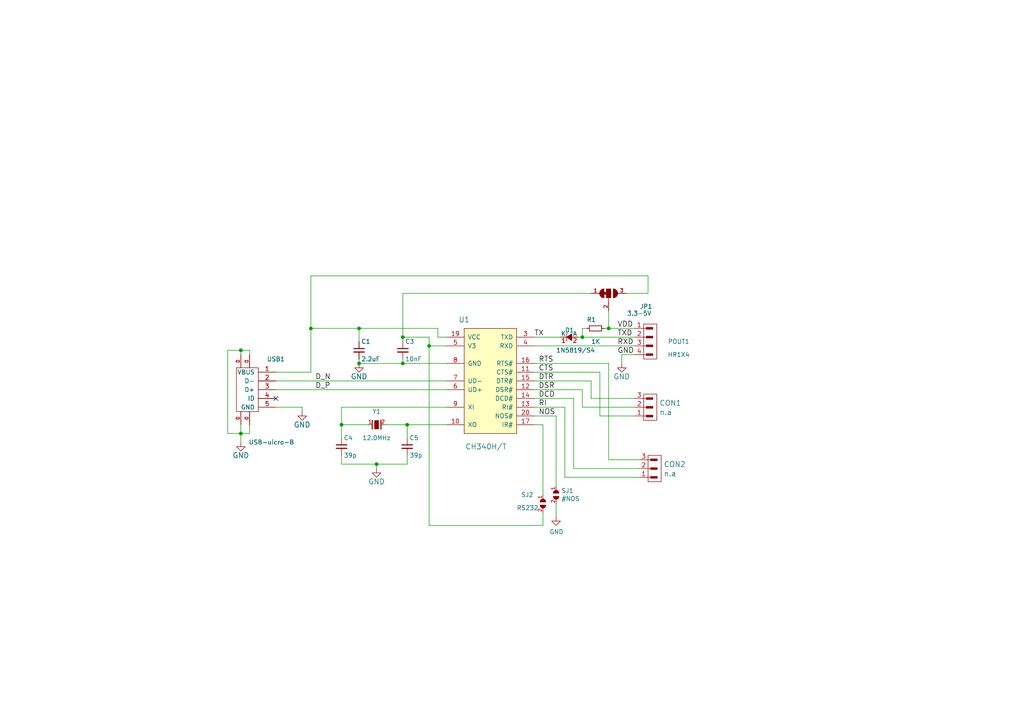
<source format=kicad_sch>
(kicad_sch (version 20230121) (generator eeschema)
  (paper "A4")
  (lib_symbols
    (symbol "bb-ch340t:C" (pin_numbers hide) (pin_names (offset 0.254) hide)
      (property "Reference" "C" (at 0.254 1.778 0))
      (property "Value" "C" (at 0.254 -2.032 0))
      (symbol "C_0_1"
        (polyline (pts (xy -1.524 -0.508) (xy 1.524 -0.508)) (stroke (width 0.3302)))
        (polyline (pts (xy -1.524 0.508) (xy 1.524 0.508)) (stroke (width 0.3048)))
      )
      (symbol "C_1_1"
        (pin passive line (at 0 2.54 270) (length 1.905) (name "~") (number "1"))
        (pin passive line (at 0 -2.54 90) (length 2.032) (name "~") (number "2"))
      )
    )
    (symbol "bb-ch340t:CH340T(SSOP20W)" (pin_names (offset 1.016))
      (property "Reference" "U" (at 0 16.51 0))
      (property "Value" "CH340T(SSOP20W)" (at 0 -16.51 0))
      (property "Footprint" "OLIMEX_IC-FP:SSOP-20W" (at 0 -20.32 0))
      (property "Note" "PB-Free" (at 0 -22.86 0))
      (symbol "CH340T(SSOP20W)_0_1"
        (rectangle (start -7.62 15.24) (end 7.62 -15.24) (fill (type background)))
      )
      (symbol "CH340T(SSOP20W)_1_1"
        (pin output line (at -12.7 -12.7 0) (length 5.08) (name "XO") (number "10"))
        (pin input line (at 12.7 2.54 180) (length 5.08) (name "CTS#") (number "11"))
        (pin input line (at 12.7 -2.54 180) (length 5.08) (name "DSR#") (number "12"))
        (pin input line (at 12.7 -7.62 180) (length 5.08) (name "RI#") (number "13"))
        (pin input line (at 12.7 -5.08 180) (length 5.08) (name "DCD#") (number "14"))
        (pin output line (at 12.7 0 180) (length 5.08) (name "DTR#") (number "15"))
        (pin output line (at 12.7 5.08 180) (length 5.08) (name "RTS#") (number "16"))
        (pin input line (at 12.7 -12.7 180) (length 5.08) (name "IR#") (number "17"))
        (pin power_in line (at -12.7 12.7 0) (length 5.08) (name "VCC") (number "19"))
        (pin input line (at 12.7 -10.16 180) (length 5.08) (name "NOS#") (number "20"))
        (pin output line (at 12.7 12.7 180) (length 5.08) (name "TXD") (number "3"))
        (pin input line (at 12.7 10.16 180) (length 5.08) (name "RXD") (number "4"))
        (pin power_in line (at -12.7 10.16 0) (length 5.08) (name "V3") (number "5"))
        (pin bidirectional line (at -12.7 -2.54 0) (length 5.08) (name "UD+") (number "6"))
        (pin bidirectional line (at -12.7 0 0) (length 5.08) (name "UD-") (number "7"))
        (pin power_in line (at -12.7 5.08 0) (length 5.08) (name "GND") (number "8"))
        (pin input line (at -12.7 -7.62 0) (length 5.08) (name "XI") (number "9"))
      )
    )
    (symbol "bb-ch340t:CON3" (pin_names (offset 1.016))
      (property "Reference" "CON" (at -1.27 5.08 0))
      (property "Value" "CON3" (at -1.27 -5.08 0))
      (symbol "CON3_0_0"
        (rectangle (start -2.6416 -2.6924) (end -0.8636 -2.3368))
        (rectangle (start -2.6416 -0.1524) (end -0.8636 0.2032))
        (rectangle (start -2.6162 -2.5908) (end -0.9652 -2.4892))
        (rectangle (start -2.6162 -0.0508) (end -0.9652 0.0508))
        (rectangle (start -2.6162 2.3876) (end -0.8382 2.7432))
        (rectangle (start -2.5908 2.5146) (end -0.9398 2.6162))
        (rectangle (start -0.9652 -2.413) (end -2.6416 -2.6162))
        (rectangle (start -0.9652 0.127) (end -2.6416 -0.0762))
        (rectangle (start -0.8636 2.6416) (end -2.54 2.4384))
        (rectangle (start -0.7366 -2.2352) (end -2.667 -2.794))
        (rectangle (start -0.7366 0.3048) (end -2.667 -0.254))
        (rectangle (start -0.7366 2.8448) (end -2.667 2.286))
        (polyline (pts (xy 0 -2.54) (xy -0.762 -2.54)))
        (polyline (pts (xy 0 0) (xy -0.762 0)))
        (polyline (pts (xy 0 2.54) (xy -0.762 2.54)))
      )
      (symbol "CON3_0_1"
        (rectangle (start -3.81 3.81) (end 0 -3.81))
      )
      (symbol "CON3_1_1"
        (pin passive line (at 2.54 2.54 180) (length 2.54) (name "~") (number "1"))
        (pin passive line (at 2.54 0 180) (length 2.54) (name "~") (number "2"))
        (pin passive line (at 2.54 -2.54 180) (length 2.54) (name "~") (number "3"))
      )
    )
    (symbol "bb-ch340t:CON4" (pin_names (offset 1.016))
      (property "Reference" "CON" (at -1.27 5.08 0))
      (property "Value" "CON4" (at -1.27 -7.62 0))
      (symbol "CON4_0_0"
        (rectangle (start -2.6416 -5.2324) (end -0.8636 -4.8768))
        (rectangle (start -2.6416 -2.6924) (end -0.8636 -2.3368))
        (rectangle (start -2.6416 -0.1524) (end -0.8636 0.2032))
        (rectangle (start -2.6162 -5.1308) (end -0.9652 -5.0292))
        (rectangle (start -2.6162 -2.5908) (end -0.9652 -2.4892))
        (rectangle (start -2.6162 -0.0508) (end -0.9652 0.0508))
        (rectangle (start -2.6162 2.3876) (end -0.8382 2.7432))
        (rectangle (start -2.5908 2.5146) (end -0.9398 2.6162))
        (rectangle (start -0.9652 -4.953) (end -2.6416 -5.1562))
        (rectangle (start -0.9652 -2.413) (end -2.6416 -2.6162))
        (rectangle (start -0.9652 0.127) (end -2.6416 -0.0762))
        (rectangle (start -0.8636 2.6416) (end -2.54 2.4384))
        (rectangle (start -0.7366 -4.7752) (end -2.667 -5.334))
        (rectangle (start -0.7366 -2.2352) (end -2.667 -2.794))
        (rectangle (start -0.7366 0.3048) (end -2.667 -0.254))
        (rectangle (start -0.7366 2.8448) (end -2.667 2.286))
        (polyline (pts (xy 0 -5.08) (xy -0.762 -5.08)))
        (polyline (pts (xy 0 -2.54) (xy -0.762 -2.54)))
        (polyline (pts (xy 0 0) (xy -0.762 0)))
        (polyline (pts (xy 0 2.54) (xy -0.762 2.54)))
      )
      (symbol "CON4_0_1"
        (rectangle (start -3.81 3.81) (end 0 -6.35))
      )
      (symbol "CON4_1_1"
        (pin passive line (at 2.54 2.54 180) (length 2.54) (name "~") (number "1"))
        (pin passive line (at 2.54 0 180) (length 2.54) (name "~") (number "2"))
        (pin passive line (at 2.54 -2.54 180) (length 2.54) (name "~") (number "3"))
        (pin passive line (at 2.54 -5.08 180) (length 2.54) (name "~") (number "4"))
      )
    )
    (symbol "bb-ch340t:Crystal" (pin_names (offset 1.016) hide)
      (property "Reference" "Q" (at 0 3.175 0))
      (property "Value" "Crystal" (at 0 -2.54 0))
      (symbol "Crystal_0_1"
        (rectangle (start -0.508 1.143) (end 0.508 -1.143) (stroke (width 0.3048)) (fill (type outline)))
        (polyline (pts (xy -1.27 -1.27) (xy -1.27 1.27)) (stroke (width 0.3048)))
        (polyline (pts (xy 1.27 -1.27) (xy 1.27 1.27)) (stroke (width 0.3048)))
      )
      (symbol "Crystal_1_1"
        (pin passive line (at -2.54 0 0) (length 1.27) (name "1") (number "1"))
        (pin passive line (at 2.54 0 180) (length 1.27) (name "2") (number "2"))
      )
    )
    (symbol "bb-ch340t:D_Schottky_Small" (pin_names (offset 0))
      (property "Reference" "D" (at -1.27 3.175 0))
      (property "Value" "D_Schottky_Small" (at -7.62 -3.175 0))
      (symbol "D_Schottky_Small_0_1"
        (polyline (pts (xy -0.762 -1.016) (xy -1.016 -1.016)))
        (polyline (pts (xy -0.762 -1.016) (xy -0.762 1.016)))
        (polyline (pts (xy -0.762 1.016) (xy -0.762 1.016)))
        (polyline (pts (xy -0.762 1.016) (xy -0.508 1.016)))
        (polyline (pts (xy 0.762 -1.016) (xy -0.762 0) (xy 0.762 1.016) (xy 0.762 -1.016)) (fill (type outline)))
      )
      (symbol "D_Schottky_Small_1_1"
        (pin passive line (at -2.54 0 0) (length 1.778) (name "K") (number "1"))
        (pin passive line (at 2.54 0 180) (length 1.778) (name "A") (number "2"))
      )
    )
    (symbol "bb-ch340t:GND" (power) (pin_names (offset 0))
      (property "Value" "GND" (at 0 -3.81 0))
      (symbol "GND_0_1"
        (polyline (pts (xy 0 0) (xy 0 -1.27) (xy 1.27 -1.27) (xy 0 -2.54) (xy -1.27 -1.27) (xy 0 -1.27)))
      )
      (symbol "GND_1_1"
        (pin power_in line (at 0 0 270) (length 0) hide (name "GND") (number "1"))
      )
    )
    (symbol "bb-ch340t:R_Small" (pin_numbers hide) (pin_names (offset 0.254) hide)
      (property "Reference" "R" (at 0.762 0.508 0))
      (property "Value" "R_Small" (at 0.762 -1.016 0))
      (symbol "R_Small_0_1"
        (rectangle (start -0.762 1.778) (end 0.762 -1.778) (stroke (width 0.2032)))
      )
      (symbol "R_Small_1_1"
        (pin passive line (at 0 2.54 270) (length 0.762) (name "~") (number "1"))
        (pin passive line (at 0 -2.54 90) (length 0.762) (name "~") (number "2"))
      )
    )
    (symbol "bb-ch340t:SJ" (pin_names (offset 1.016) hide)
      (property "Reference" "SJ" (at -1.27 1.905 0))
      (property "Value" "SJ" (at -1.27 -2.54 0))
      (symbol "SJ_0_1"
        (arc (start -0.508 0.762) (mid -1.2667 0) (end -0.508 -0.762) (stroke (width 0.254)))
        (polyline (pts (xy -1.143 0.381) (xy -1.143 -0.254)) (stroke (width 0.254)))
        (polyline (pts (xy -1.016 0.508) (xy -1.016 -0.508)) (stroke (width 0.254)))
        (polyline (pts (xy -0.889 0.508) (xy -0.889 -0.508)) (stroke (width 0.254)))
        (polyline (pts (xy -0.762 0.635) (xy -0.762 -0.635)) (stroke (width 0.254)))
        (polyline (pts (xy -0.635 0.762) (xy -0.635 -0.635)) (stroke (width 0.254)))
        (polyline (pts (xy -0.508 0.762) (xy -0.508 -0.762)) (stroke (width 0.254)))
        (polyline (pts (xy 0.508 0.762) (xy 0.508 -0.762)) (stroke (width 0.254)))
        (polyline (pts (xy 0.635 0.762) (xy 0.635 -0.635)) (stroke (width 0.254)))
        (polyline (pts (xy 0.762 0.635) (xy 0.762 -0.635)) (stroke (width 0.254)))
        (polyline (pts (xy 0.889 0.508) (xy 0.889 -0.508)) (stroke (width 0.254)))
        (polyline (pts (xy 1.016 0.508) (xy 1.016 -0.381)) (stroke (width 0.254)))
        (polyline (pts (xy 1.143 0.381) (xy 1.143 -0.381)) (stroke (width 0.254)))
        (arc (start 0.508 -0.762) (mid 1.0468 -0.5388) (end 1.27 0) (stroke (width 0.254)))
        (arc (start 1.27 0) (mid 1.0468 0.5388) (end 0.508 0.762) (stroke (width 0.254)))
      )
      (symbol "SJ_1_1"
        (pin passive line (at -2.54 0 0) (length 1.27) (name "1") (number "1"))
        (pin passive line (at 2.54 0 180) (length 1.27) (name "2") (number "2"))
      )
    )
    (symbol "bb-ch340t:SJ2W_Closed(1-2)" (pin_names (offset 1.016) hide)
      (property "Reference" "SJ" (at 2.54 0.381 0))
      (property "Value" "SJ2W_Closed(1-2)" (at 2.54 -1.905 0))
      (symbol "SJ2W_Closed(1-2)_0_1"
        (polyline (pts (xy 0 1.905) (xy 0 0)) (stroke (width 0.762)))
      )
      (symbol "SJ2W_Closed(1-2)_1_0"
        (polyline (pts (xy -2.54 0) (xy -1.27 0)))
        (polyline (pts (xy -1.27 -0.635) (xy -1.27 0)))
        (polyline (pts (xy -1.27 0) (xy -1.27 0.635)))
        (polyline (pts (xy -1.27 0.635) (xy 1.27 0.635)))
        (polyline (pts (xy 1.27 -0.635) (xy -1.27 -0.635)))
        (polyline (pts (xy 1.27 0.635) (xy 1.27 -0.635)))
      )
      (symbol "SJ2W_Closed(1-2)_1_1"
        (arc (start -1.27 -1.397) (mid 0 -2.5695) (end 1.27 -1.397) (stroke (width 0.254)) (fill (type outline)))
        (rectangle (start -1.27 -0.635) (end 1.27 0.635) (fill (type outline)))
        (polyline (pts (xy -1.1684 1.3716) (xy 1.143 1.3716)) (stroke (width 0.254)))
        (polyline (pts (xy -1.143 -1.397) (xy 1.143 -1.397)) (stroke (width 0.254)))
        (arc (start 1.27 1.397) (mid 0 2.5695) (end -1.27 1.397) (stroke (width 0.254)) (fill (type outline)))
        (pin passive line (at 0 5.08 270) (length 2.54) (name "1") (number "1"))
        (pin passive line (at -5.08 0 0) (length 2.54) (name "2") (number "2"))
        (pin passive line (at 0 -5.08 90) (length 2.54) (name "3") (number "3"))
      )
    )
    (symbol "bb-ch340t:USB-MINI" (pin_names (offset 1.016))
      (property "Reference" "USB" (at -4.445 8.255 0))
      (property "Value" "USB-MINI" (at -7.62 -8.89 0))
      (symbol "USB-MINI_0_1"
        (rectangle (start 3.81 6.35) (end -2.54 -6.35))
      )
      (symbol "USB-MINI_1_1"
        (pin passive line (at 0 -10.16 90) (length 3.81) (name "~") (number "0"))
        (pin passive line (at 0 10.16 270) (length 3.81) (name "~") (number "0"))
        (pin passive line (at 2.54 -10.16 90) (length 3.81) (name "~") (number "0"))
        (pin passive line (at 2.54 10.16 270) (length 3.81) (name "~") (number "0"))
        (pin input line (at -7.62 5.08 0) (length 5.08) (name "VBUS") (number "1"))
        (pin bidirectional line (at -7.62 2.54 0) (length 5.08) (name "D-") (number "2"))
        (pin bidirectional line (at -7.62 0 0) (length 5.08) (name "D+") (number "3"))
        (pin input line (at -7.62 -2.54 0) (length 5.08) (name "ID") (number "4"))
        (pin power_in line (at -7.62 -5.08 0) (length 5.08) (name "GND") (number "5"))
      )
    )
  )
  (junction (at 116.84 97.79))
  (junction (at 69.85 125.73))
  (junction (at 104.14 95.25))
  (junction (at 90.17 95.25))
  (junction (at 168.91 97.79))
  (junction (at 116.84 105.41))
  (junction (at 69.85 101.6))
  (junction (at 176.53 95.25))
  (junction (at 118.11 123.19))
  (junction (at 109.22 134.62))
  (junction (at 124.46 100.33))
  (junction (at 104.14 105.41))
  (junction (at 99.06 123.19))
  (no_connect (at 80.01 115.57))
  (wire (pts (xy 99.06 134.62) (xy 109.22 134.62)))
  (wire (pts (xy 180.34 105.41) (xy 180.34 102.87)))
  (wire (pts (xy 129.54 118.11) (xy 99.06 118.11)))
  (wire (pts (xy 99.06 123.19) (xy 106.68 123.19)))
  (wire (pts (xy 176.53 90.17) (xy 176.53 95.25)))
  (wire (pts (xy 124.46 100.33) (xy 129.54 100.33)))
  (wire (pts (xy 118.11 123.19) (xy 129.54 123.19)))
  (wire (pts (xy 161.29 146.05) (xy 161.29 149.86)))
  (wire (pts (xy 69.85 125.73) (xy 69.85 128.27)))
  (wire (pts (xy 90.17 80.01) (xy 90.17 95.25)))
  (wire (pts (xy 104.14 95.25) (xy 104.14 99.06)))
  (wire (pts (xy 69.85 123.19) (xy 69.85 125.73)))
  (wire (pts (xy 187.96 80.01) (xy 187.96 85.09)))
  (wire (pts (xy 116.84 97.79) (xy 116.84 99.06)))
  (wire (pts (xy 176.53 133.35) (xy 185.42 133.35)))
  (wire (pts (xy 154.94 113.03) (xy 168.91 113.03)))
  (wire (pts (xy 99.06 132.08) (xy 99.06 134.62)))
  (wire (pts (xy 154.94 110.49) (xy 171.45 110.49)))
  (wire (pts (xy 154.94 107.95) (xy 173.99 107.95)))
  (wire (pts (xy 171.45 110.49) (xy 171.45 115.57)))
  (wire (pts (xy 118.11 123.19) (xy 118.11 127)))
  (wire (pts (xy 127 97.79) (xy 129.54 97.79)))
  (wire (pts (xy 161.29 120.65) (xy 154.94 120.65)))
  (wire (pts (xy 176.53 95.25) (xy 184.15 95.25)))
  (wire (pts (xy 116.84 104.14) (xy 116.84 105.41)))
  (wire (pts (xy 99.06 123.19) (xy 99.06 127)))
  (wire (pts (xy 80.01 113.03) (xy 129.54 113.03)))
  (wire (pts (xy 116.84 97.79) (xy 124.46 97.79)))
  (wire (pts (xy 124.46 100.33) (xy 124.46 152.4)))
  (wire (pts (xy 154.94 115.57) (xy 166.37 115.57)))
  (wire (pts (xy 69.85 101.6) (xy 72.39 101.6)))
  (wire (pts (xy 124.46 152.4) (xy 157.48 152.4)))
  (wire (pts (xy 166.37 135.89) (xy 185.42 135.89)))
  (wire (pts (xy 124.46 97.79) (xy 124.46 100.33)))
  (wire (pts (xy 109.22 134.62) (xy 118.11 134.62)))
  (wire (pts (xy 90.17 95.25) (xy 90.17 107.95)))
  (wire (pts (xy 111.76 123.19) (xy 118.11 123.19)))
  (wire (pts (xy 157.48 148.59) (xy 157.48 152.4)))
  (wire (pts (xy 168.91 95.25) (xy 168.91 97.79)))
  (wire (pts (xy 181.61 85.09) (xy 187.96 85.09)))
  (wire (pts (xy 90.17 95.25) (xy 104.14 95.25)))
  (wire (pts (xy 163.83 118.11) (xy 163.83 138.43)))
  (wire (pts (xy 173.99 120.65) (xy 184.15 120.65)))
  (wire (pts (xy 127 95.25) (xy 127 97.79)))
  (wire (pts (xy 176.53 105.41) (xy 176.53 133.35)))
  (wire (pts (xy 66.04 125.73) (xy 69.85 125.73)))
  (wire (pts (xy 72.39 101.6) (xy 72.39 102.87)))
  (wire (pts (xy 163.83 138.43) (xy 185.42 138.43)))
  (wire (pts (xy 168.91 118.11) (xy 184.15 118.11)))
  (wire (pts (xy 173.99 107.95) (xy 173.99 120.65)))
  (wire (pts (xy 116.84 85.09) (xy 116.84 97.79)))
  (wire (pts (xy 171.45 115.57) (xy 184.15 115.57)))
  (wire (pts (xy 175.26 95.25) (xy 176.53 95.25)))
  (wire (pts (xy 118.11 132.08) (xy 118.11 134.62)))
  (wire (pts (xy 80.01 107.95) (xy 90.17 107.95)))
  (wire (pts (xy 154.94 118.11) (xy 163.83 118.11)))
  (wire (pts (xy 99.06 118.11) (xy 99.06 123.19)))
  (wire (pts (xy 80.01 110.49) (xy 129.54 110.49)))
  (wire (pts (xy 154.94 97.79) (xy 162.56 97.79)))
  (wire (pts (xy 87.63 118.11) (xy 87.63 119.38)))
  (wire (pts (xy 154.94 105.41) (xy 176.53 105.41)))
  (wire (pts (xy 69.85 102.87) (xy 69.85 101.6)))
  (wire (pts (xy 69.85 125.73) (xy 72.39 125.73)))
  (wire (pts (xy 66.04 101.6) (xy 66.04 125.73)))
  (wire (pts (xy 154.94 123.19) (xy 157.48 123.19)))
  (wire (pts (xy 170.18 95.25) (xy 168.91 95.25)))
  (wire (pts (xy 80.01 118.11) (xy 87.63 118.11)))
  (wire (pts (xy 104.14 105.41) (xy 116.84 105.41)))
  (wire (pts (xy 180.34 102.87) (xy 184.15 102.87)))
  (wire (pts (xy 109.22 134.62) (xy 109.22 135.89)))
  (wire (pts (xy 161.29 140.97) (xy 161.29 120.65)))
  (wire (pts (xy 90.17 80.01) (xy 187.96 80.01)))
  (wire (pts (xy 72.39 125.73) (xy 72.39 123.19)))
  (wire (pts (xy 166.37 115.57) (xy 166.37 135.89)))
  (wire (pts (xy 168.91 113.03) (xy 168.91 118.11)))
  (wire (pts (xy 157.48 143.51) (xy 157.48 123.19)))
  (wire (pts (xy 104.14 104.14) (xy 104.14 105.41)))
  (wire (pts (xy 66.04 101.6) (xy 69.85 101.6)))
  (wire (pts (xy 167.64 97.79) (xy 168.91 97.79)))
  (wire (pts (xy 116.84 85.09) (xy 171.45 85.09)))
  (wire (pts (xy 116.84 105.41) (xy 129.54 105.41)))
  (wire (pts (xy 104.14 95.25) (xy 127 95.25)))
  (wire (pts (xy 168.91 97.79) (xy 184.15 97.79)))
  (wire (pts (xy 154.94 100.33) (xy 184.15 100.33)))
  (label "RTS" (at 156.21 105.41 0) (effects (font (size 1.524 1.524))))
  (label "TX" (at 154.94 97.79 0) (effects (font (size 1.524 1.524))))
  (label "DCD" (at 156.21 115.57 0) (effects (font (size 1.524 1.524))))
  (label "VDD" (at 179.07 95.25 0) (effects (font (size 1.524 1.524))))
  (label "RI" (at 156.21 118.11 0) (effects (font (size 1.524 1.524))))
  (label "D_P" (at 91.44 113.03 0) (effects (font (size 1.524 1.524))))
  (label "CTS" (at 156.21 107.95 0) (effects (font (size 1.524 1.524))))
  (label "RXD" (at 179.07 100.33 0) (effects (font (size 1.524 1.524))))
  (label "DTR" (at 156.21 110.49 0) (effects (font (size 1.524 1.524))))
  (label "D_N" (at 91.44 110.49 0) (effects (font (size 1.524 1.524))))
  (label "DSR" (at 156.21 113.03 0) (effects (font (size 1.524 1.524))))
  (label "GND" (at 179.07 102.87 0) (effects (font (size 1.524 1.524))))
  (label "TXD" (at 179.07 97.79 0) (effects (font (size 1.524 1.524))))
  (label "NOS" (at 156.21 120.65 0) (effects (font (size 1.524 1.524))))
  (symbol (lib_id "bb-ch340t:CH340T(SSOP20W)") (at 142.24 110.49 0) (unit 1)
    (property "Reference" "U1" (at 134.62 92.71 0) (effects (font (size 1.524 1.524))))
    (property "Value" "CH340H/T" (at 140.97 129.54 0) (effects (font (size 1.524 1.524))))
    (property "Footprint" "OLIMEX_IC-FP:SSOP-20W" (effects hide))
  )
  (symbol (lib_id "bb-ch340t:GND") (at 87.63 119.38 0) (unit 1)
    (property "Reference" "#PWR02" (effects hide))
    (property "Value" "GND" (at 87.63 123.19 0) (effects (font (size 1.524 1.524))))
  )
  (symbol (lib_id "bb-ch340t:C") (at 116.84 101.6 0) (unit 1)
    (property "Reference" "C3" (at 117.475 99.06 0) (effects (justify left)))
    (property "Value" "10nF" (at 117.475 104.14 0) (effects (justify left)))
    (property "Footprint" "OLIMEX_RLC-FP:C_0603_5MIL_DWS" (effects hide))
  )
  (symbol (lib_id "bb-ch340t:C") (at 104.14 101.6 0) (unit 1)
    (property "Reference" "C1" (at 104.775 99.06 0) (effects (justify left)))
    (property "Value" "2.2uF" (at 104.775 104.14 0) (effects (justify left)))
    (property "Footprint" "OLIMEX_RLC-FP:C_0603_5MIL_DWS" (effects hide))
  )
  (symbol (lib_id "bb-ch340t:C") (at 99.06 129.54 0) (unit 1)
    (property "Reference" "C4" (at 99.695 127 0) (effects (justify left)))
    (property "Value" "39p" (at 99.695 132.08 0) (effects (justify left)))
    (property "Footprint" "OLIMEX_RLC-FP:C_0603_5MIL_DWS" (effects hide))
  )
  (symbol (lib_id "bb-ch340t:C") (at 118.11 129.54 0) (unit 1)
    (property "Reference" "C5" (at 118.745 127 0) (effects (justify left)))
    (property "Value" "39p" (at 118.745 132.08 0) (effects (justify left)))
    (property "Footprint" "OLIMEX_RLC-FP:C_0603_5MIL_DWS" (effects hide))
  )
  (symbol (lib_id "bb-ch340t:Crystal") (at 109.22 123.19 0) (unit 1)
    (property "Reference" "Y1" (at 109.22 119.38 0))
    (property "Value" "12.0MHz" (at 109.22 127 0))
    (property "Footprint" "OLIMEX_Crystal-FP:Q_49U3HMS" (effects hide))
  )
  (symbol (lib_id "bb-ch340t:GND") (at 109.22 135.89 0) (unit 1)
    (property "Reference" "#PWR04" (effects hide))
    (property "Value" "GND" (at 109.22 139.7 0) (effects (font (size 1.524 1.524))))
  )
  (symbol (lib_id "bb-ch340t:CON4") (at 186.69 97.79 0) (mirror y) (unit 1)
    (property "Reference" "POUT1" (at 196.85 99.06 0))
    (property "Value" "HR1X4" (at 196.85 102.87 0))
    (property "Footprint" "OLIMEX_Connectors-FP:HN1x4" (effects hide))
  )
  (symbol (lib_id "bb-ch340t:GND") (at 180.34 105.41 0) (unit 1)
    (property "Reference" "#PWR05" (effects hide))
    (property "Value" "GND" (at 180.34 109.22 0) (effects (font (size 1.524 1.524))))
  )
  (symbol (lib_id "bb-ch340t:USB-MINI") (at 72.39 113.03 0) (mirror y) (unit 1)
    (property "Reference" "USB1" (at 80.01 104.14 0))
    (property "Value" "USB-uicro-B" (at 78.74 128.27 0))
    (property "Footprint" "OLIMEX_Connectors-FP:USB-MICRO_MISB-SWMM-5B_LF" (effects hide))
  )
  (symbol (lib_id "bb-ch340t:GND") (at 69.85 128.27 0) (unit 1)
    (property "Reference" "#PWR01" (effects hide))
    (property "Value" "GND" (at 69.85 132.08 0) (effects (font (size 1.524 1.524))))
  )
  (symbol (lib_id "bb-ch340t:GND") (at 104.14 105.41 0) (unit 1)
    (property "Reference" "#PWR03" (effects hide))
    (property "Value" "GND" (at 104.14 109.22 0) (effects (font (size 1.524 1.524))))
  )
  (symbol (lib_id "bb-ch340t:SJ2W_Closed(1-2)") (at 176.53 85.09 90) (unit 1)
    (property "Reference" "JP1" (at 189.23 88.9 90) (effects (justify left)))
    (property "Value" "3.3-5V" (at 185.42 90.17 90) (effects (justify bottom)))
    (property "Footprint" "OLIMEX_Jumpers-FP:SJ_2_SMALL_12_TIED" (effects hide))
  )
  (symbol (lib_id "bb-ch340t:R_Small") (at 172.72 95.25 270) (unit 1)
    (property "Reference" "R1" (at 170.18 92.71 90) (effects (justify left)))
    (property "Value" "1K" (at 171.45 99.06 90) (effects (justify left)))
    (property "Footprint" "OLIMEX_RLC-FP:R_0603_5MIL_DWS" (effects hide))
  )
  (symbol (lib_id "bb-ch340t:D_Schottky_Small") (at 165.1 97.79 0) (unit 1)
    (property "Reference" "D1" (at 163.83 95.758 0) (effects (justify left)))
    (property "Value" "1N5819/S4" (at 161.29 101.6 0) (effects (justify left)))
    (property "Footprint" "OLIMEX_Diodes-FP:SOD-123_KA" (effects hide))
  )
  (symbol (lib_id "bb-ch340t:CON3") (at 187.96 135.89 180) (unit 1)
    (property "Reference" "CON2" (at 192.4812 134.6708 0) (effects (font (size 1.524 1.524)) (justify right)))
    (property "Value" "n.a" (at 192.4812 137.3632 0) (effects (font (size 1.524 1.524)) (justify right)))
    (property "Footprint" "OLIMEX_Connectors-FP:HN1x3" (effects hide))
  )
  (symbol (lib_id "bb-ch340t:CON3") (at 186.69 118.11 180) (unit 1)
    (property "Reference" "CON1" (at 191.2112 116.8908 0) (effects (font (size 1.524 1.524)) (justify right)))
    (property "Value" "n.a" (at 191.2112 119.5832 0) (effects (font (size 1.524 1.524)) (justify right)))
    (property "Footprint" "OLIMEX_Connectors-FP:HN1x3" (effects hide))
  )
  (symbol (lib_id "bb-ch340t:SJ") (at 157.48 146.05 270) (unit 1)
    (property "Reference" "SJ2" (at 151.13 143.51 90) (effects (justify left)))
    (property "Value" "RS232" (at 149.86 147.32 90) (effects (justify left)))
    (property "Footprint" "OLIMEX_Jumpers-FP:SJ" (effects hide))
  )
  (symbol (lib_id "bb-ch340t:SJ") (at 161.29 143.51 270) (unit 1)
    (property "Reference" "SJ1" (at 162.7886 142.3416 90) (effects (justify left)))
    (property "Value" "#NOS" (at 162.7886 144.653 90) (effects (justify left)))
    (property "Footprint" "OLIMEX_Jumpers-FP:SJ" (effects hide))
  )
  (symbol (lib_id "bb-ch340t:GND") (at 161.29 149.86 0) (unit 1)
    (property "Reference" "#PWR06" (effects hide))
    (property "Value" "GND" (at 161.417 154.2542 0))
  )
)
</source>
